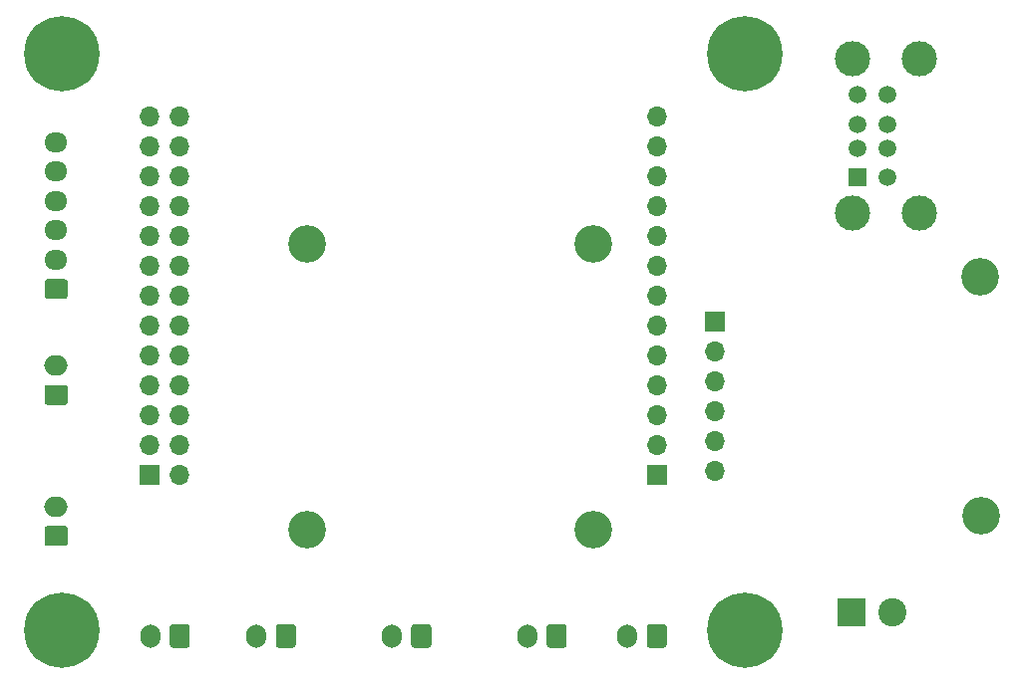
<source format=gbr>
%TF.GenerationSoftware,KiCad,Pcbnew,(5.1.12)-1*%
%TF.CreationDate,2021-12-26T21:26:00+08:00*%
%TF.ProjectId,OrangePiZeroExtentionBoard,4f72616e-6765-4506-995a-65726f457874,rev?*%
%TF.SameCoordinates,Original*%
%TF.FileFunction,Soldermask,Bot*%
%TF.FilePolarity,Negative*%
%FSLAX46Y46*%
G04 Gerber Fmt 4.6, Leading zero omitted, Abs format (unit mm)*
G04 Created by KiCad (PCBNEW (5.1.12)-1) date 2021-12-26 21:26:00*
%MOMM*%
%LPD*%
G01*
G04 APERTURE LIST*
%ADD10C,1.500000*%
%ADD11C,3.000000*%
%ADD12R,1.500000X1.500000*%
%ADD13C,0.800000*%
%ADD14C,6.400000*%
%ADD15R,2.400000X2.400000*%
%ADD16C,2.400000*%
%ADD17O,1.950000X1.700000*%
%ADD18R,1.700000X1.700000*%
%ADD19O,1.700000X1.700000*%
%ADD20O,2.000000X1.700000*%
%ADD21O,1.700000X2.000000*%
%ADD22C,3.200000*%
G04 APERTURE END LIST*
D10*
%TO.C,USB1*%
X178620000Y-72500000D03*
X178620000Y-75000000D03*
X178620000Y-77000000D03*
X178620000Y-79500000D03*
D11*
X181330000Y-69430000D03*
X181330000Y-82570000D03*
D10*
X176000000Y-72500000D03*
X176000000Y-75000000D03*
X176000000Y-77000000D03*
D12*
X176000000Y-79500000D03*
D11*
X175650000Y-82570000D03*
X175650000Y-69430000D03*
%TD*%
D13*
%TO.C,*%
X110197056Y-116302944D03*
X108500000Y-115600000D03*
X106802944Y-116302944D03*
X106100000Y-118000000D03*
X106802944Y-119697056D03*
X108500000Y-120400000D03*
X110197056Y-119697056D03*
X110900000Y-118000000D03*
D14*
X108500000Y-118000000D03*
%TD*%
%TO.C,*%
X108500000Y-69000000D03*
D13*
X110900000Y-69000000D03*
X110197056Y-70697056D03*
X108500000Y-71400000D03*
X106802944Y-70697056D03*
X106100000Y-69000000D03*
X106802944Y-67302944D03*
X108500000Y-66600000D03*
X110197056Y-67302944D03*
%TD*%
%TO.C,*%
X168197056Y-67302944D03*
X166500000Y-66600000D03*
X164802944Y-67302944D03*
X164100000Y-69000000D03*
X164802944Y-70697056D03*
X166500000Y-71400000D03*
X168197056Y-70697056D03*
X168900000Y-69000000D03*
D14*
X166500000Y-69000000D03*
%TD*%
D13*
%TO.C,*%
X168197056Y-116302944D03*
X166500000Y-115600000D03*
X164802944Y-116302944D03*
X164100000Y-118000000D03*
X164802944Y-119697056D03*
X166500000Y-120400000D03*
X168197056Y-119697056D03*
X168900000Y-118000000D03*
D14*
X166500000Y-118000000D03*
%TD*%
D15*
%TO.C,J2*%
X175500000Y-116500000D03*
D16*
X179000000Y-116500000D03*
%TD*%
%TO.C,J3*%
G36*
G01*
X108725000Y-89850000D02*
X107275000Y-89850000D01*
G75*
G02*
X107025000Y-89600000I0J250000D01*
G01*
X107025000Y-88400000D01*
G75*
G02*
X107275000Y-88150000I250000J0D01*
G01*
X108725000Y-88150000D01*
G75*
G02*
X108975000Y-88400000I0J-250000D01*
G01*
X108975000Y-89600000D01*
G75*
G02*
X108725000Y-89850000I-250000J0D01*
G01*
G37*
D17*
X108000000Y-86500000D03*
X108000000Y-84000000D03*
X108000000Y-81500000D03*
X108000000Y-79000000D03*
X108000000Y-76500000D03*
%TD*%
D18*
%TO.C,J4*%
X115960000Y-104780000D03*
D19*
X118500000Y-104780000D03*
X115960000Y-102240000D03*
X118500000Y-102240000D03*
X115960000Y-99700000D03*
X118500000Y-99700000D03*
X115960000Y-97160000D03*
X118500000Y-97160000D03*
X115960000Y-94620000D03*
X118500000Y-94620000D03*
X115960000Y-92080000D03*
X118500000Y-92080000D03*
X115960000Y-89540000D03*
X118500000Y-89540000D03*
X115960000Y-87000000D03*
X118500000Y-87000000D03*
X115960000Y-84460000D03*
X118500000Y-84460000D03*
X115960000Y-81920000D03*
X118500000Y-81920000D03*
X115960000Y-79380000D03*
X118500000Y-79380000D03*
X115960000Y-76840000D03*
X118500000Y-76840000D03*
X115960000Y-74300000D03*
X118500000Y-74300000D03*
%TD*%
D18*
%TO.C,J7*%
X159000000Y-104780000D03*
D19*
X159000000Y-102240000D03*
X159000000Y-99700000D03*
X159000000Y-97160000D03*
X159000000Y-94620000D03*
X159000000Y-92080000D03*
X159000000Y-89540000D03*
X159000000Y-87000000D03*
X159000000Y-84460000D03*
X159000000Y-81920000D03*
X159000000Y-79380000D03*
X159000000Y-76840000D03*
X159000000Y-74300000D03*
%TD*%
%TO.C,J8*%
G36*
G01*
X108750000Y-110850000D02*
X107250000Y-110850000D01*
G75*
G02*
X107000000Y-110600000I0J250000D01*
G01*
X107000000Y-109400000D01*
G75*
G02*
X107250000Y-109150000I250000J0D01*
G01*
X108750000Y-109150000D01*
G75*
G02*
X109000000Y-109400000I0J-250000D01*
G01*
X109000000Y-110600000D01*
G75*
G02*
X108750000Y-110850000I-250000J0D01*
G01*
G37*
D20*
X108000000Y-107500000D03*
%TD*%
D21*
%TO.C,J9*%
X116000000Y-118500000D03*
G36*
G01*
X119350000Y-117750000D02*
X119350000Y-119250000D01*
G75*
G02*
X119100000Y-119500000I-250000J0D01*
G01*
X117900000Y-119500000D01*
G75*
G02*
X117650000Y-119250000I0J250000D01*
G01*
X117650000Y-117750000D01*
G75*
G02*
X117900000Y-117500000I250000J0D01*
G01*
X119100000Y-117500000D01*
G75*
G02*
X119350000Y-117750000I0J-250000D01*
G01*
G37*
%TD*%
%TO.C,J10*%
X136500000Y-118500000D03*
G36*
G01*
X139850000Y-117750000D02*
X139850000Y-119250000D01*
G75*
G02*
X139600000Y-119500000I-250000J0D01*
G01*
X138400000Y-119500000D01*
G75*
G02*
X138150000Y-119250000I0J250000D01*
G01*
X138150000Y-117750000D01*
G75*
G02*
X138400000Y-117500000I250000J0D01*
G01*
X139600000Y-117500000D01*
G75*
G02*
X139850000Y-117750000I0J-250000D01*
G01*
G37*
%TD*%
%TO.C,J11*%
G36*
G01*
X108750000Y-98850000D02*
X107250000Y-98850000D01*
G75*
G02*
X107000000Y-98600000I0J250000D01*
G01*
X107000000Y-97400000D01*
G75*
G02*
X107250000Y-97150000I250000J0D01*
G01*
X108750000Y-97150000D01*
G75*
G02*
X109000000Y-97400000I0J-250000D01*
G01*
X109000000Y-98600000D01*
G75*
G02*
X108750000Y-98850000I-250000J0D01*
G01*
G37*
D20*
X108000000Y-95500000D03*
%TD*%
%TO.C,J12*%
G36*
G01*
X151350000Y-117750000D02*
X151350000Y-119250000D01*
G75*
G02*
X151100000Y-119500000I-250000J0D01*
G01*
X149900000Y-119500000D01*
G75*
G02*
X149650000Y-119250000I0J250000D01*
G01*
X149650000Y-117750000D01*
G75*
G02*
X149900000Y-117500000I250000J0D01*
G01*
X151100000Y-117500000D01*
G75*
G02*
X151350000Y-117750000I0J-250000D01*
G01*
G37*
D21*
X148000000Y-118500000D03*
%TD*%
%TO.C,J13*%
X125000000Y-118500000D03*
G36*
G01*
X128350000Y-117750000D02*
X128350000Y-119250000D01*
G75*
G02*
X128100000Y-119500000I-250000J0D01*
G01*
X126900000Y-119500000D01*
G75*
G02*
X126650000Y-119250000I0J250000D01*
G01*
X126650000Y-117750000D01*
G75*
G02*
X126900000Y-117500000I250000J0D01*
G01*
X128100000Y-117500000D01*
G75*
G02*
X128350000Y-117750000I0J-250000D01*
G01*
G37*
%TD*%
%TO.C,J15*%
X156500000Y-118500000D03*
G36*
G01*
X159850000Y-117750000D02*
X159850000Y-119250000D01*
G75*
G02*
X159600000Y-119500000I-250000J0D01*
G01*
X158400000Y-119500000D01*
G75*
G02*
X158150000Y-119250000I0J250000D01*
G01*
X158150000Y-117750000D01*
G75*
G02*
X158400000Y-117500000I250000J0D01*
G01*
X159600000Y-117500000D01*
G75*
G02*
X159850000Y-117750000I0J-250000D01*
G01*
G37*
%TD*%
D18*
%TO.C,J5*%
X163910000Y-91750000D03*
D19*
X163910000Y-94290000D03*
X163910000Y-96830000D03*
X163910000Y-99370000D03*
X163910000Y-101910000D03*
X163910000Y-104450000D03*
%TD*%
D22*
%TO.C,*%
X129300000Y-85200000D03*
%TD*%
%TO.C,*%
X153600000Y-109500000D03*
%TD*%
%TO.C,*%
X153600000Y-85200000D03*
%TD*%
%TO.C,*%
X129300000Y-109500000D03*
%TD*%
%TO.C,*%
X186460000Y-87980000D03*
%TD*%
%TO.C,*%
X186550000Y-108290000D03*
%TD*%
M02*

</source>
